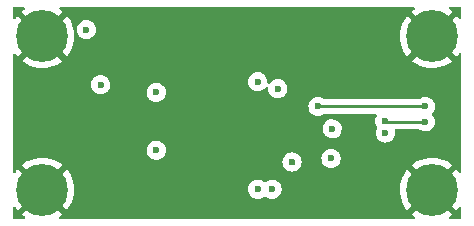
<source format=gbr>
%TF.GenerationSoftware,KiCad,Pcbnew,(6.0.4-0)*%
%TF.CreationDate,2022-08-01T10:55:25-06:00*%
%TF.ProjectId,lm334-source,6c6d3333-342d-4736-9f75-7263652e6b69,rev?*%
%TF.SameCoordinates,Original*%
%TF.FileFunction,Copper,L4,Bot*%
%TF.FilePolarity,Positive*%
%FSLAX46Y46*%
G04 Gerber Fmt 4.6, Leading zero omitted, Abs format (unit mm)*
G04 Created by KiCad (PCBNEW (6.0.4-0)) date 2022-08-01 10:55:25*
%MOMM*%
%LPD*%
G01*
G04 APERTURE LIST*
%TA.AperFunction,ComponentPad*%
%ADD10C,0.700000*%
%TD*%
%TA.AperFunction,ComponentPad*%
%ADD11C,4.400000*%
%TD*%
%TA.AperFunction,ViaPad*%
%ADD12C,0.600000*%
%TD*%
%TA.AperFunction,Conductor*%
%ADD13C,0.250000*%
%TD*%
G04 APERTURE END LIST*
D10*
%TO.P,MH1,1,Pin_1*%
%TO.N,GNDPWR*%
X101350000Y-84000000D03*
X103000000Y-82350000D03*
X104166726Y-85166726D03*
X104166726Y-82833274D03*
D11*
X103000000Y-84000000D03*
D10*
X104650000Y-84000000D03*
X101833274Y-82833274D03*
X101833274Y-85166726D03*
X103000000Y-85650000D03*
%TD*%
D11*
%TO.P,MH2,1,Pin_1*%
%TO.N,GNDPWR*%
X136000000Y-84000000D03*
D10*
X137166726Y-82833274D03*
X134350000Y-84000000D03*
X137650000Y-84000000D03*
X137166726Y-85166726D03*
X136000000Y-82350000D03*
X136000000Y-85650000D03*
X134833274Y-85166726D03*
X134833274Y-82833274D03*
%TD*%
%TO.P,MH3,1,Pin_1*%
%TO.N,GNDPWR*%
X101833274Y-98166726D03*
D11*
X103000000Y-97000000D03*
D10*
X104166726Y-98166726D03*
X101833274Y-95833274D03*
X104166726Y-95833274D03*
X103000000Y-95350000D03*
X104650000Y-97000000D03*
X101350000Y-97000000D03*
X103000000Y-98650000D03*
%TD*%
D11*
%TO.P,MH4,1,Pin_1*%
%TO.N,GNDPWR*%
X136000000Y-97000000D03*
D10*
X134833274Y-95833274D03*
X134350000Y-97000000D03*
X137650000Y-97000000D03*
X136000000Y-95350000D03*
X137166726Y-98166726D03*
X137166726Y-95833274D03*
X134833274Y-98166726D03*
X136000000Y-98650000D03*
%TD*%
D12*
%TO.N,GND*%
X127550000Y-91850000D03*
X127450000Y-94350000D03*
%TO.N,/Channel1/I+*%
X107950000Y-88100000D03*
X106750000Y-83450000D03*
%TO.N,GND*%
X112650000Y-88750000D03*
%TO.N,VD*%
X122950000Y-88450000D03*
X122465000Y-96965000D03*
%TO.N,+3V3*%
X121250000Y-96950000D03*
X121250000Y-87850000D03*
%TO.N,/sda-tx*%
X126350000Y-89950000D03*
X135450000Y-89950000D03*
%TO.N,GND*%
X132050000Y-92200000D03*
X124150000Y-94650000D03*
X112650000Y-93650000D03*
%TO.N,VD*%
X132000000Y-91200000D03*
X135450000Y-91250000D03*
%TD*%
D13*
%TO.N,/sda-tx*%
X135450000Y-89950000D02*
X126350000Y-89950000D01*
%TO.N,VD*%
X132050000Y-91250000D02*
X132000000Y-91200000D01*
X135450000Y-91250000D02*
X132050000Y-91250000D01*
%TD*%
%TA.AperFunction,Conductor*%
%TO.N,GNDPWR*%
G36*
X101501296Y-81528502D02*
G01*
X101547789Y-81582158D01*
X101557893Y-81652432D01*
X101528399Y-81717012D01*
X101497597Y-81742786D01*
X101478350Y-81754237D01*
X101472091Y-81758490D01*
X101286385Y-81901762D01*
X101277917Y-81913423D01*
X101284520Y-81925309D01*
X102987190Y-83627980D01*
X103001131Y-83635592D01*
X103002966Y-83635461D01*
X103009580Y-83631210D01*
X104714559Y-81926230D01*
X104721571Y-81913389D01*
X104713777Y-81902701D01*
X104551298Y-81774613D01*
X104545075Y-81770288D01*
X104498813Y-81742105D01*
X104451044Y-81689582D01*
X104439254Y-81619571D01*
X104467186Y-81554300D01*
X104525972Y-81514492D01*
X104564366Y-81508500D01*
X134433175Y-81508500D01*
X134501296Y-81528502D01*
X134547789Y-81582158D01*
X134557893Y-81652432D01*
X134528399Y-81717012D01*
X134497597Y-81742786D01*
X134478350Y-81754237D01*
X134472091Y-81758490D01*
X134286385Y-81901762D01*
X134277917Y-81913423D01*
X134284520Y-81925309D01*
X135987190Y-83627980D01*
X136001131Y-83635592D01*
X136002966Y-83635461D01*
X136009580Y-83631210D01*
X137714559Y-81926230D01*
X137721571Y-81913389D01*
X137713777Y-81902701D01*
X137551298Y-81774613D01*
X137545075Y-81770288D01*
X137498813Y-81742105D01*
X137451044Y-81689582D01*
X137439254Y-81619571D01*
X137467186Y-81554300D01*
X137525972Y-81514492D01*
X137564366Y-81508500D01*
X138365500Y-81508500D01*
X138433621Y-81528502D01*
X138480114Y-81582158D01*
X138491500Y-81634500D01*
X138491500Y-82434491D01*
X138471498Y-82502612D01*
X138417842Y-82549105D01*
X138347568Y-82559209D01*
X138282988Y-82529715D01*
X138257553Y-82499480D01*
X138237763Y-82466609D01*
X138233481Y-82460377D01*
X138097991Y-82286647D01*
X138086199Y-82278178D01*
X138074486Y-82284725D01*
X136372020Y-83987190D01*
X136364408Y-84001131D01*
X136364539Y-84002966D01*
X136368790Y-84009580D01*
X138073285Y-85714074D01*
X138086408Y-85721240D01*
X138096709Y-85713851D01*
X138200751Y-85586055D01*
X138205159Y-85579921D01*
X138258938Y-85494686D01*
X138312205Y-85447748D01*
X138382392Y-85437059D01*
X138447217Y-85466014D01*
X138486096Y-85525418D01*
X138491500Y-85561922D01*
X138491500Y-95434491D01*
X138471498Y-95502612D01*
X138417842Y-95549105D01*
X138347568Y-95559209D01*
X138282988Y-95529715D01*
X138257553Y-95499480D01*
X138237763Y-95466609D01*
X138233481Y-95460377D01*
X138097991Y-95286647D01*
X138086199Y-95278178D01*
X138074486Y-95284725D01*
X136372020Y-96987190D01*
X136364408Y-97001131D01*
X136364539Y-97002966D01*
X136368790Y-97009580D01*
X138073285Y-98714074D01*
X138086408Y-98721240D01*
X138096709Y-98713851D01*
X138200751Y-98586055D01*
X138205159Y-98579921D01*
X138258938Y-98494686D01*
X138312205Y-98447748D01*
X138382392Y-98437059D01*
X138447217Y-98466014D01*
X138486096Y-98525418D01*
X138491500Y-98561922D01*
X138491500Y-99365500D01*
X138471498Y-99433621D01*
X138417842Y-99480114D01*
X138365500Y-99491500D01*
X137569317Y-99491500D01*
X137501196Y-99471498D01*
X137454703Y-99417842D01*
X137444599Y-99347568D01*
X137474093Y-99282988D01*
X137499596Y-99260548D01*
X137504347Y-99257392D01*
X137714305Y-99098889D01*
X137722761Y-99087496D01*
X137716045Y-99075256D01*
X136012810Y-97372020D01*
X135998869Y-97364408D01*
X135997034Y-97364539D01*
X135990420Y-97368790D01*
X134285818Y-99073393D01*
X134278703Y-99086423D01*
X134286227Y-99096854D01*
X134425483Y-99209020D01*
X134431664Y-99213413D01*
X134504100Y-99258588D01*
X134551317Y-99311608D01*
X134562373Y-99381738D01*
X134533759Y-99446713D01*
X134474559Y-99485903D01*
X134437424Y-99491500D01*
X104569317Y-99491500D01*
X104501196Y-99471498D01*
X104454703Y-99417842D01*
X104444599Y-99347568D01*
X104474093Y-99282988D01*
X104499596Y-99260548D01*
X104504347Y-99257392D01*
X104714305Y-99098889D01*
X104722761Y-99087496D01*
X104716045Y-99075256D01*
X103012810Y-97372020D01*
X102998869Y-97364408D01*
X102997034Y-97364539D01*
X102990420Y-97368790D01*
X101285818Y-99073393D01*
X101278703Y-99086423D01*
X101286227Y-99096854D01*
X101425483Y-99209020D01*
X101431664Y-99213413D01*
X101504100Y-99258588D01*
X101551317Y-99311608D01*
X101562373Y-99381738D01*
X101533759Y-99446713D01*
X101474559Y-99485903D01*
X101437424Y-99491500D01*
X100634500Y-99491500D01*
X100566379Y-99471498D01*
X100519886Y-99417842D01*
X100508500Y-99365500D01*
X100508500Y-98568320D01*
X100528502Y-98500199D01*
X100582158Y-98453706D01*
X100652432Y-98443602D01*
X100717012Y-98473096D01*
X100743120Y-98504463D01*
X100746296Y-98509866D01*
X100750519Y-98516150D01*
X100901463Y-98713934D01*
X100912989Y-98722396D01*
X100925054Y-98715735D01*
X102627980Y-97012810D01*
X102634357Y-97001131D01*
X103364408Y-97001131D01*
X103364539Y-97002966D01*
X103368790Y-97009580D01*
X105073285Y-98714074D01*
X105086408Y-98721240D01*
X105096709Y-98713851D01*
X105200751Y-98586055D01*
X105205164Y-98579914D01*
X105375349Y-98310187D01*
X105379005Y-98303536D01*
X105515544Y-98015335D01*
X105518375Y-98008295D01*
X105619306Y-97705767D01*
X105621270Y-97698433D01*
X105685122Y-97385989D01*
X105686194Y-97378465D01*
X105712173Y-97059051D01*
X105712378Y-97054576D01*
X105712927Y-97002221D01*
X105712817Y-96997789D01*
X105709251Y-96938640D01*
X120436463Y-96938640D01*
X120454163Y-97119160D01*
X120511418Y-97291273D01*
X120515065Y-97297295D01*
X120515066Y-97297297D01*
X120568780Y-97385989D01*
X120605380Y-97446424D01*
X120731382Y-97576902D01*
X120883159Y-97676222D01*
X120889763Y-97678678D01*
X120889765Y-97678679D01*
X121046558Y-97736990D01*
X121046560Y-97736990D01*
X121053168Y-97739448D01*
X121136995Y-97750633D01*
X121225980Y-97762507D01*
X121225984Y-97762507D01*
X121232961Y-97763438D01*
X121239972Y-97762800D01*
X121239976Y-97762800D01*
X121382459Y-97749832D01*
X121413600Y-97746998D01*
X121420302Y-97744820D01*
X121420304Y-97744820D01*
X121579409Y-97693124D01*
X121579412Y-97693123D01*
X121586108Y-97690947D01*
X121712237Y-97615759D01*
X121735860Y-97601677D01*
X121735862Y-97601676D01*
X121741912Y-97598069D01*
X121760920Y-97579968D01*
X121824045Y-97547476D01*
X121894716Y-97554269D01*
X121938444Y-97583682D01*
X121946382Y-97591902D01*
X121984242Y-97616677D01*
X122092227Y-97687340D01*
X122098159Y-97691222D01*
X122104763Y-97693678D01*
X122104765Y-97693679D01*
X122261558Y-97751990D01*
X122261560Y-97751990D01*
X122268168Y-97754448D01*
X122335544Y-97763438D01*
X122440980Y-97777507D01*
X122440984Y-97777507D01*
X122447961Y-97778438D01*
X122454972Y-97777800D01*
X122454976Y-97777800D01*
X122597459Y-97764832D01*
X122628600Y-97761998D01*
X122635302Y-97759820D01*
X122635304Y-97759820D01*
X122794409Y-97708124D01*
X122794412Y-97708123D01*
X122801108Y-97705947D01*
X122956912Y-97613069D01*
X123088266Y-97487982D01*
X123188643Y-97336902D01*
X123253055Y-97167338D01*
X123268903Y-97054576D01*
X123277748Y-96991639D01*
X123277748Y-96991636D01*
X123278299Y-96987717D01*
X123278471Y-96975383D01*
X133287388Y-96975383D01*
X133303245Y-97293914D01*
X133304076Y-97301443D01*
X133358085Y-97615759D01*
X133359818Y-97623146D01*
X133451196Y-97928695D01*
X133453799Y-97935808D01*
X133581227Y-98228173D01*
X133584669Y-98234929D01*
X133746296Y-98509865D01*
X133750519Y-98516150D01*
X133901463Y-98713934D01*
X133912989Y-98722396D01*
X133925054Y-98715735D01*
X135627980Y-97012810D01*
X135635592Y-96998869D01*
X135635461Y-96997034D01*
X135631210Y-96990420D01*
X133926445Y-95285656D01*
X133913510Y-95278592D01*
X133902949Y-95286252D01*
X133782766Y-95437072D01*
X133778410Y-95443270D01*
X133611059Y-95714764D01*
X133607479Y-95721440D01*
X133473956Y-96011074D01*
X133471206Y-96018125D01*
X133373444Y-96321708D01*
X133371561Y-96329041D01*
X133310979Y-96642170D01*
X133309992Y-96649670D01*
X133287467Y-96967802D01*
X133287388Y-96975383D01*
X123278471Y-96975383D01*
X123278616Y-96965000D01*
X123258397Y-96784745D01*
X123247017Y-96752066D01*
X123201064Y-96620106D01*
X123201062Y-96620103D01*
X123198745Y-96613448D01*
X123102626Y-96459624D01*
X123010832Y-96367187D01*
X122979778Y-96335915D01*
X122979774Y-96335912D01*
X122974815Y-96330918D01*
X122963697Y-96323862D01*
X122915538Y-96293300D01*
X122821666Y-96233727D01*
X122765755Y-96213818D01*
X122657425Y-96175243D01*
X122657420Y-96175242D01*
X122650790Y-96172881D01*
X122643802Y-96172048D01*
X122643799Y-96172047D01*
X122503889Y-96155364D01*
X122470680Y-96151404D01*
X122463677Y-96152140D01*
X122463676Y-96152140D01*
X122297288Y-96169628D01*
X122297286Y-96169629D01*
X122290288Y-96170364D01*
X122118579Y-96228818D01*
X122112575Y-96232512D01*
X121970090Y-96320169D01*
X121970087Y-96320171D01*
X121964088Y-96323862D01*
X121953925Y-96333815D01*
X121891262Y-96367187D01*
X121820503Y-96361384D01*
X121776359Y-96332578D01*
X121772847Y-96329041D01*
X121759815Y-96315918D01*
X121748697Y-96308862D01*
X121630302Y-96233727D01*
X121606666Y-96218727D01*
X121577463Y-96208328D01*
X121442425Y-96160243D01*
X121442420Y-96160242D01*
X121435790Y-96157881D01*
X121428802Y-96157048D01*
X121428799Y-96157047D01*
X121305698Y-96142368D01*
X121255680Y-96136404D01*
X121248677Y-96137140D01*
X121248676Y-96137140D01*
X121082288Y-96154628D01*
X121082286Y-96154629D01*
X121075288Y-96155364D01*
X120903579Y-96213818D01*
X120871218Y-96233727D01*
X120755095Y-96305166D01*
X120755092Y-96305168D01*
X120749088Y-96308862D01*
X120744053Y-96313793D01*
X120744050Y-96313795D01*
X120634208Y-96421361D01*
X120619493Y-96435771D01*
X120521235Y-96588238D01*
X120518826Y-96594858D01*
X120518824Y-96594861D01*
X120461606Y-96752066D01*
X120459197Y-96758685D01*
X120436463Y-96938640D01*
X105709251Y-96938640D01*
X105693529Y-96677853D01*
X105692621Y-96670351D01*
X105635319Y-96356593D01*
X105633518Y-96349260D01*
X105538935Y-96044655D01*
X105536263Y-96037583D01*
X105405781Y-95746570D01*
X105402264Y-95739843D01*
X105237771Y-95466621D01*
X105233481Y-95460377D01*
X105097991Y-95286647D01*
X105086199Y-95278178D01*
X105074486Y-95284725D01*
X103372020Y-96987190D01*
X103364408Y-97001131D01*
X102634357Y-97001131D01*
X102635592Y-96998869D01*
X102635461Y-96997034D01*
X102631210Y-96990420D01*
X100926445Y-95285656D01*
X100913510Y-95278592D01*
X100902949Y-95286252D01*
X100782766Y-95437072D01*
X100778410Y-95443270D01*
X100741760Y-95502727D01*
X100688988Y-95550220D01*
X100618916Y-95561644D01*
X100553792Y-95533370D01*
X100514293Y-95474376D01*
X100508500Y-95436611D01*
X100508500Y-94913423D01*
X101277917Y-94913423D01*
X101284520Y-94925309D01*
X102987190Y-96627980D01*
X103001131Y-96635592D01*
X103002966Y-96635461D01*
X103009580Y-96631210D01*
X104714559Y-94926230D01*
X104721571Y-94913389D01*
X104713777Y-94902701D01*
X104551298Y-94774613D01*
X104545075Y-94770288D01*
X104328977Y-94638640D01*
X123336463Y-94638640D01*
X123354163Y-94819160D01*
X123411418Y-94991273D01*
X123415065Y-94997295D01*
X123415066Y-94997297D01*
X123501720Y-95140380D01*
X123505380Y-95146424D01*
X123631382Y-95276902D01*
X123783159Y-95376222D01*
X123789763Y-95378678D01*
X123789765Y-95378679D01*
X123946558Y-95436990D01*
X123946560Y-95436990D01*
X123953168Y-95439448D01*
X124036995Y-95450633D01*
X124125980Y-95462507D01*
X124125984Y-95462507D01*
X124132961Y-95463438D01*
X124139972Y-95462800D01*
X124139976Y-95462800D01*
X124282459Y-95449832D01*
X124313600Y-95446998D01*
X124320302Y-95444820D01*
X124320304Y-95444820D01*
X124479409Y-95393124D01*
X124479412Y-95393123D01*
X124486108Y-95390947D01*
X124641912Y-95298069D01*
X124773266Y-95172982D01*
X124873643Y-95021902D01*
X124938055Y-94852338D01*
X124939733Y-94840401D01*
X124962748Y-94676639D01*
X124962748Y-94676636D01*
X124963299Y-94672717D01*
X124963616Y-94650000D01*
X124943397Y-94469745D01*
X124941080Y-94463091D01*
X124897742Y-94338640D01*
X126636463Y-94338640D01*
X126654163Y-94519160D01*
X126711418Y-94691273D01*
X126715065Y-94697295D01*
X126715066Y-94697297D01*
X126784624Y-94812151D01*
X126805380Y-94846424D01*
X126931382Y-94976902D01*
X127083159Y-95076222D01*
X127089763Y-95078678D01*
X127089765Y-95078679D01*
X127246558Y-95136990D01*
X127246560Y-95136990D01*
X127253168Y-95139448D01*
X127336995Y-95150633D01*
X127425980Y-95162507D01*
X127425984Y-95162507D01*
X127432961Y-95163438D01*
X127439972Y-95162800D01*
X127439976Y-95162800D01*
X127582459Y-95149832D01*
X127613600Y-95146998D01*
X127620302Y-95144820D01*
X127620304Y-95144820D01*
X127779409Y-95093124D01*
X127779412Y-95093123D01*
X127786108Y-95090947D01*
X127901932Y-95021902D01*
X127935860Y-95001677D01*
X127935862Y-95001676D01*
X127941912Y-94998069D01*
X128030799Y-94913423D01*
X134277917Y-94913423D01*
X134284520Y-94925309D01*
X135987190Y-96627980D01*
X136001131Y-96635592D01*
X136002966Y-96635461D01*
X136009580Y-96631210D01*
X137714559Y-94926230D01*
X137721571Y-94913389D01*
X137713777Y-94902701D01*
X137551298Y-94774613D01*
X137545075Y-94770288D01*
X137272702Y-94604357D01*
X137266025Y-94600822D01*
X136975686Y-94468813D01*
X136968616Y-94466099D01*
X136664537Y-94369932D01*
X136657186Y-94368085D01*
X136343746Y-94309142D01*
X136336237Y-94308194D01*
X136017989Y-94287335D01*
X136010424Y-94287295D01*
X135691964Y-94304821D01*
X135684450Y-94305690D01*
X135370405Y-94361348D01*
X135363044Y-94363115D01*
X135057980Y-94456092D01*
X135050860Y-94458740D01*
X134759182Y-94587690D01*
X134752445Y-94591167D01*
X134478355Y-94754233D01*
X134472091Y-94758490D01*
X134286385Y-94901762D01*
X134277917Y-94913423D01*
X128030799Y-94913423D01*
X128073266Y-94872982D01*
X128173643Y-94721902D01*
X128218295Y-94604357D01*
X128235555Y-94558920D01*
X128235556Y-94558918D01*
X128238055Y-94552338D01*
X128239035Y-94545366D01*
X128262748Y-94376639D01*
X128262748Y-94376636D01*
X128263299Y-94372717D01*
X128263616Y-94350000D01*
X128243397Y-94169745D01*
X128241080Y-94163091D01*
X128186064Y-94005106D01*
X128186062Y-94005103D01*
X128183745Y-93998448D01*
X128133171Y-93917512D01*
X128091359Y-93850598D01*
X128087626Y-93844624D01*
X128082664Y-93839627D01*
X127964778Y-93720915D01*
X127964774Y-93720912D01*
X127959815Y-93715918D01*
X127948697Y-93708862D01*
X127885501Y-93668757D01*
X127806666Y-93618727D01*
X127777463Y-93608328D01*
X127642425Y-93560243D01*
X127642420Y-93560242D01*
X127635790Y-93557881D01*
X127628802Y-93557048D01*
X127628799Y-93557047D01*
X127505698Y-93542368D01*
X127455680Y-93536404D01*
X127448677Y-93537140D01*
X127448676Y-93537140D01*
X127282288Y-93554628D01*
X127282286Y-93554629D01*
X127275288Y-93555364D01*
X127103579Y-93613818D01*
X127097575Y-93617512D01*
X126955095Y-93705166D01*
X126955092Y-93705168D01*
X126949088Y-93708862D01*
X126944053Y-93713793D01*
X126944050Y-93713795D01*
X126829630Y-93825844D01*
X126819493Y-93835771D01*
X126721235Y-93988238D01*
X126718826Y-93994858D01*
X126718824Y-93994861D01*
X126661606Y-94152066D01*
X126659197Y-94158685D01*
X126636463Y-94338640D01*
X124897742Y-94338640D01*
X124886064Y-94305106D01*
X124886062Y-94305103D01*
X124883745Y-94298448D01*
X124787626Y-94144624D01*
X124671588Y-94027773D01*
X124664778Y-94020915D01*
X124664774Y-94020912D01*
X124659815Y-94015918D01*
X124648697Y-94008862D01*
X124600538Y-93978300D01*
X124506666Y-93918727D01*
X124477463Y-93908328D01*
X124342425Y-93860243D01*
X124342420Y-93860242D01*
X124335790Y-93857881D01*
X124328802Y-93857048D01*
X124328799Y-93857047D01*
X124205698Y-93842368D01*
X124155680Y-93836404D01*
X124148677Y-93837140D01*
X124148676Y-93837140D01*
X123982288Y-93854628D01*
X123982286Y-93854629D01*
X123975288Y-93855364D01*
X123803579Y-93913818D01*
X123797575Y-93917512D01*
X123655095Y-94005166D01*
X123655092Y-94005168D01*
X123649088Y-94008862D01*
X123644053Y-94013793D01*
X123644050Y-94013795D01*
X123524525Y-94130843D01*
X123519493Y-94135771D01*
X123421235Y-94288238D01*
X123418826Y-94294858D01*
X123418824Y-94294861D01*
X123364243Y-94444820D01*
X123359197Y-94458685D01*
X123336463Y-94638640D01*
X104328977Y-94638640D01*
X104272702Y-94604357D01*
X104266025Y-94600822D01*
X103975686Y-94468813D01*
X103968616Y-94466099D01*
X103664537Y-94369932D01*
X103657186Y-94368085D01*
X103343746Y-94309142D01*
X103336237Y-94308194D01*
X103017989Y-94287335D01*
X103010424Y-94287295D01*
X102691964Y-94304821D01*
X102684450Y-94305690D01*
X102370405Y-94361348D01*
X102363044Y-94363115D01*
X102057980Y-94456092D01*
X102050860Y-94458740D01*
X101759182Y-94587690D01*
X101752445Y-94591167D01*
X101478355Y-94754233D01*
X101472091Y-94758490D01*
X101286385Y-94901762D01*
X101277917Y-94913423D01*
X100508500Y-94913423D01*
X100508500Y-93638640D01*
X111836463Y-93638640D01*
X111854163Y-93819160D01*
X111911418Y-93991273D01*
X111915065Y-93997295D01*
X111915066Y-93997297D01*
X112001264Y-94139627D01*
X112005380Y-94146424D01*
X112010269Y-94151487D01*
X112010270Y-94151488D01*
X112025357Y-94167111D01*
X112131382Y-94276902D01*
X112155171Y-94292469D01*
X112243088Y-94350000D01*
X112283159Y-94376222D01*
X112289763Y-94378678D01*
X112289765Y-94378679D01*
X112446558Y-94436990D01*
X112446560Y-94436990D01*
X112453168Y-94439448D01*
X112536995Y-94450633D01*
X112625980Y-94462507D01*
X112625984Y-94462507D01*
X112632961Y-94463438D01*
X112639972Y-94462800D01*
X112639976Y-94462800D01*
X112782459Y-94449832D01*
X112813600Y-94446998D01*
X112820302Y-94444820D01*
X112820304Y-94444820D01*
X112979409Y-94393124D01*
X112979412Y-94393123D01*
X112986108Y-94390947D01*
X113123337Y-94309142D01*
X113135860Y-94301677D01*
X113135862Y-94301676D01*
X113141912Y-94298069D01*
X113273266Y-94172982D01*
X113373643Y-94021902D01*
X113438055Y-93852338D01*
X113439551Y-93841693D01*
X113462748Y-93676639D01*
X113462748Y-93676636D01*
X113463299Y-93672717D01*
X113463616Y-93650000D01*
X113443397Y-93469745D01*
X113441080Y-93463091D01*
X113386064Y-93305106D01*
X113386062Y-93305103D01*
X113383745Y-93298448D01*
X113287626Y-93144624D01*
X113273941Y-93130843D01*
X113164778Y-93020915D01*
X113164774Y-93020912D01*
X113159815Y-93015918D01*
X113148697Y-93008862D01*
X113100538Y-92978300D01*
X113006666Y-92918727D01*
X112977463Y-92908328D01*
X112842425Y-92860243D01*
X112842420Y-92860242D01*
X112835790Y-92857881D01*
X112828802Y-92857048D01*
X112828799Y-92857047D01*
X112705698Y-92842368D01*
X112655680Y-92836404D01*
X112648677Y-92837140D01*
X112648676Y-92837140D01*
X112482288Y-92854628D01*
X112482286Y-92854629D01*
X112475288Y-92855364D01*
X112303579Y-92913818D01*
X112297575Y-92917512D01*
X112155095Y-93005166D01*
X112155092Y-93005168D01*
X112149088Y-93008862D01*
X112144053Y-93013793D01*
X112144050Y-93013795D01*
X112024525Y-93130843D01*
X112019493Y-93135771D01*
X111921235Y-93288238D01*
X111918826Y-93294858D01*
X111918824Y-93294861D01*
X111861606Y-93452066D01*
X111859197Y-93458685D01*
X111836463Y-93638640D01*
X100508500Y-93638640D01*
X100508500Y-91838640D01*
X126736463Y-91838640D01*
X126754163Y-92019160D01*
X126811418Y-92191273D01*
X126815065Y-92197295D01*
X126815066Y-92197297D01*
X126825978Y-92215314D01*
X126905380Y-92346424D01*
X127031382Y-92476902D01*
X127183159Y-92576222D01*
X127189763Y-92578678D01*
X127189765Y-92578679D01*
X127346558Y-92636990D01*
X127346560Y-92636990D01*
X127353168Y-92639448D01*
X127436995Y-92650633D01*
X127525980Y-92662507D01*
X127525984Y-92662507D01*
X127532961Y-92663438D01*
X127539972Y-92662800D01*
X127539976Y-92662800D01*
X127682459Y-92649832D01*
X127713600Y-92646998D01*
X127720302Y-92644820D01*
X127720304Y-92644820D01*
X127879409Y-92593124D01*
X127879412Y-92593123D01*
X127886108Y-92590947D01*
X128041912Y-92498069D01*
X128173266Y-92372982D01*
X128273643Y-92221902D01*
X128315423Y-92111917D01*
X128335555Y-92058920D01*
X128335556Y-92058918D01*
X128338055Y-92052338D01*
X128340212Y-92036990D01*
X128362748Y-91876639D01*
X128362748Y-91876636D01*
X128363299Y-91872717D01*
X128363616Y-91850000D01*
X128343397Y-91669745D01*
X128341080Y-91663091D01*
X128286064Y-91505106D01*
X128286062Y-91505103D01*
X128283745Y-91498448D01*
X128187626Y-91344624D01*
X128120114Y-91276639D01*
X128064778Y-91220915D01*
X128064774Y-91220912D01*
X128059815Y-91215918D01*
X128048697Y-91208862D01*
X128000538Y-91178300D01*
X127906666Y-91118727D01*
X127877463Y-91108328D01*
X127742425Y-91060243D01*
X127742420Y-91060242D01*
X127735790Y-91057881D01*
X127728802Y-91057048D01*
X127728799Y-91057047D01*
X127605698Y-91042368D01*
X127555680Y-91036404D01*
X127548677Y-91037140D01*
X127548676Y-91037140D01*
X127382288Y-91054628D01*
X127382286Y-91054629D01*
X127375288Y-91055364D01*
X127203579Y-91113818D01*
X127197575Y-91117512D01*
X127055095Y-91205166D01*
X127055092Y-91205168D01*
X127049088Y-91208862D01*
X127044053Y-91213793D01*
X127044050Y-91213795D01*
X126924525Y-91330843D01*
X126919493Y-91335771D01*
X126821235Y-91488238D01*
X126818826Y-91494858D01*
X126818824Y-91494861D01*
X126799739Y-91547297D01*
X126759197Y-91658685D01*
X126736463Y-91838640D01*
X100508500Y-91838640D01*
X100508500Y-89938640D01*
X125536463Y-89938640D01*
X125554163Y-90119160D01*
X125611418Y-90291273D01*
X125615065Y-90297295D01*
X125615066Y-90297297D01*
X125625978Y-90315314D01*
X125705380Y-90446424D01*
X125831382Y-90576902D01*
X125983159Y-90676222D01*
X125989763Y-90678678D01*
X125989765Y-90678679D01*
X126146558Y-90736990D01*
X126146560Y-90736990D01*
X126153168Y-90739448D01*
X126236732Y-90750598D01*
X126325980Y-90762507D01*
X126325984Y-90762507D01*
X126332961Y-90763438D01*
X126339972Y-90762800D01*
X126339976Y-90762800D01*
X126482459Y-90749832D01*
X126513600Y-90746998D01*
X126520302Y-90744820D01*
X126520304Y-90744820D01*
X126679409Y-90693124D01*
X126679412Y-90693123D01*
X126686108Y-90690947D01*
X126836540Y-90601271D01*
X126901058Y-90583500D01*
X131204303Y-90583500D01*
X131272424Y-90603502D01*
X131318917Y-90657158D01*
X131329021Y-90727432D01*
X131310216Y-90777752D01*
X131271235Y-90838238D01*
X131209197Y-91008685D01*
X131186463Y-91188640D01*
X131204163Y-91369160D01*
X131261418Y-91541273D01*
X131265065Y-91547295D01*
X131265066Y-91547297D01*
X131342329Y-91674874D01*
X131360508Y-91743504D01*
X131340466Y-91808398D01*
X131321235Y-91838238D01*
X131318826Y-91844858D01*
X131318824Y-91844861D01*
X131270118Y-91978679D01*
X131259197Y-92008685D01*
X131236463Y-92188640D01*
X131254163Y-92369160D01*
X131311418Y-92541273D01*
X131315065Y-92547295D01*
X131315066Y-92547297D01*
X131385017Y-92662800D01*
X131405380Y-92696424D01*
X131531382Y-92826902D01*
X131607271Y-92876562D01*
X131669849Y-92917512D01*
X131683159Y-92926222D01*
X131689763Y-92928678D01*
X131689765Y-92928679D01*
X131846558Y-92986990D01*
X131846560Y-92986990D01*
X131853168Y-92989448D01*
X131936995Y-93000633D01*
X132025980Y-93012507D01*
X132025984Y-93012507D01*
X132032961Y-93013438D01*
X132039972Y-93012800D01*
X132039976Y-93012800D01*
X132182459Y-92999832D01*
X132213600Y-92996998D01*
X132220302Y-92994820D01*
X132220304Y-92994820D01*
X132379409Y-92943124D01*
X132379412Y-92943123D01*
X132386108Y-92940947D01*
X132521490Y-92860243D01*
X132535860Y-92851677D01*
X132535862Y-92851676D01*
X132541912Y-92848069D01*
X132673266Y-92722982D01*
X132773643Y-92571902D01*
X132838055Y-92402338D01*
X132841498Y-92377841D01*
X132862748Y-92226639D01*
X132862748Y-92226636D01*
X132863299Y-92222717D01*
X132863616Y-92200000D01*
X132843823Y-92023544D01*
X132856107Y-91953620D01*
X132904246Y-91901435D01*
X132969038Y-91883500D01*
X134903903Y-91883500D01*
X134972896Y-91904068D01*
X135048620Y-91953620D01*
X135083159Y-91976222D01*
X135089763Y-91978678D01*
X135089765Y-91978679D01*
X135246558Y-92036990D01*
X135246560Y-92036990D01*
X135253168Y-92039448D01*
X135336995Y-92050633D01*
X135425980Y-92062507D01*
X135425984Y-92062507D01*
X135432961Y-92063438D01*
X135439972Y-92062800D01*
X135439976Y-92062800D01*
X135582459Y-92049832D01*
X135613600Y-92046998D01*
X135620302Y-92044820D01*
X135620304Y-92044820D01*
X135779409Y-91993124D01*
X135779412Y-91993123D01*
X135786108Y-91990947D01*
X135941912Y-91898069D01*
X136073266Y-91772982D01*
X136173643Y-91621902D01*
X136238055Y-91452338D01*
X136239035Y-91445366D01*
X136262748Y-91276639D01*
X136262748Y-91276636D01*
X136263299Y-91272717D01*
X136263616Y-91250000D01*
X136243397Y-91069745D01*
X136232043Y-91037140D01*
X136186064Y-90905106D01*
X136186062Y-90905103D01*
X136183745Y-90898448D01*
X136180009Y-90892469D01*
X136091359Y-90750598D01*
X136087626Y-90744624D01*
X136032667Y-90689280D01*
X135998860Y-90626849D01*
X136004172Y-90556052D01*
X136035181Y-90509251D01*
X136068159Y-90477846D01*
X136068162Y-90477843D01*
X136073266Y-90472982D01*
X136173643Y-90321902D01*
X136238055Y-90152338D01*
X136239035Y-90145366D01*
X136262748Y-89976639D01*
X136262748Y-89976636D01*
X136263299Y-89972717D01*
X136263616Y-89950000D01*
X136243397Y-89769745D01*
X136241080Y-89763091D01*
X136186064Y-89605106D01*
X136186062Y-89605103D01*
X136183745Y-89598448D01*
X136108906Y-89478679D01*
X136091359Y-89450598D01*
X136087626Y-89444624D01*
X136036571Y-89393211D01*
X135964778Y-89320915D01*
X135964774Y-89320912D01*
X135959815Y-89315918D01*
X135948697Y-89308862D01*
X135851214Y-89246998D01*
X135806666Y-89218727D01*
X135777463Y-89208328D01*
X135642425Y-89160243D01*
X135642420Y-89160242D01*
X135635790Y-89157881D01*
X135628802Y-89157048D01*
X135628799Y-89157047D01*
X135505698Y-89142368D01*
X135455680Y-89136404D01*
X135448677Y-89137140D01*
X135448676Y-89137140D01*
X135282288Y-89154628D01*
X135282286Y-89154629D01*
X135275288Y-89155364D01*
X135103579Y-89213818D01*
X134967039Y-89297819D01*
X134901019Y-89316500D01*
X126897338Y-89316500D01*
X126829824Y-89296885D01*
X126751214Y-89246998D01*
X126706666Y-89218727D01*
X126677463Y-89208328D01*
X126542425Y-89160243D01*
X126542420Y-89160242D01*
X126535790Y-89157881D01*
X126528802Y-89157048D01*
X126528799Y-89157047D01*
X126405698Y-89142368D01*
X126355680Y-89136404D01*
X126348677Y-89137140D01*
X126348676Y-89137140D01*
X126182288Y-89154628D01*
X126182286Y-89154629D01*
X126175288Y-89155364D01*
X126003579Y-89213818D01*
X125997575Y-89217512D01*
X125855095Y-89305166D01*
X125855092Y-89305168D01*
X125849088Y-89308862D01*
X125844053Y-89313793D01*
X125844050Y-89313795D01*
X125724525Y-89430843D01*
X125719493Y-89435771D01*
X125621235Y-89588238D01*
X125618826Y-89594858D01*
X125618824Y-89594861D01*
X125561606Y-89752066D01*
X125559197Y-89758685D01*
X125536463Y-89938640D01*
X100508500Y-89938640D01*
X100508500Y-88088640D01*
X107136463Y-88088640D01*
X107154163Y-88269160D01*
X107211418Y-88441273D01*
X107215065Y-88447295D01*
X107215066Y-88447297D01*
X107299879Y-88587340D01*
X107305380Y-88596424D01*
X107431382Y-88726902D01*
X107583159Y-88826222D01*
X107589763Y-88828678D01*
X107589765Y-88828679D01*
X107746558Y-88886990D01*
X107746560Y-88886990D01*
X107753168Y-88889448D01*
X107836995Y-88900633D01*
X107925980Y-88912507D01*
X107925984Y-88912507D01*
X107932961Y-88913438D01*
X107939972Y-88912800D01*
X107939976Y-88912800D01*
X108082459Y-88899832D01*
X108113600Y-88896998D01*
X108120302Y-88894820D01*
X108120304Y-88894820D01*
X108279409Y-88843124D01*
X108279412Y-88843123D01*
X108286108Y-88840947D01*
X108382513Y-88783478D01*
X108435860Y-88751677D01*
X108435862Y-88751676D01*
X108441912Y-88748069D01*
X108451813Y-88738640D01*
X111836463Y-88738640D01*
X111854163Y-88919160D01*
X111911418Y-89091273D01*
X111915065Y-89097295D01*
X111915066Y-89097297D01*
X112001720Y-89240380D01*
X112005380Y-89246424D01*
X112010269Y-89251487D01*
X112010270Y-89251488D01*
X112070440Y-89313795D01*
X112131382Y-89376902D01*
X112283159Y-89476222D01*
X112289763Y-89478678D01*
X112289765Y-89478679D01*
X112446558Y-89536990D01*
X112446560Y-89536990D01*
X112453168Y-89539448D01*
X112536995Y-89550633D01*
X112625980Y-89562507D01*
X112625984Y-89562507D01*
X112632961Y-89563438D01*
X112639972Y-89562800D01*
X112639976Y-89562800D01*
X112782459Y-89549832D01*
X112813600Y-89546998D01*
X112820302Y-89544820D01*
X112820304Y-89544820D01*
X112979409Y-89493124D01*
X112979412Y-89493123D01*
X112986108Y-89490947D01*
X113141912Y-89398069D01*
X113273266Y-89272982D01*
X113373643Y-89121902D01*
X113438055Y-88952338D01*
X113439733Y-88940401D01*
X113462748Y-88776639D01*
X113462748Y-88776636D01*
X113463299Y-88772717D01*
X113463616Y-88750000D01*
X113443397Y-88569745D01*
X113441080Y-88563091D01*
X113386064Y-88405106D01*
X113386062Y-88405103D01*
X113383745Y-88398448D01*
X113287626Y-88244624D01*
X113265062Y-88221902D01*
X113164778Y-88120915D01*
X113164774Y-88120912D01*
X113159815Y-88115918D01*
X113148697Y-88108862D01*
X113100538Y-88078300D01*
X113006666Y-88018727D01*
X112973494Y-88006915D01*
X112842425Y-87960243D01*
X112842420Y-87960242D01*
X112835790Y-87957881D01*
X112828802Y-87957048D01*
X112828799Y-87957047D01*
X112700001Y-87941689D01*
X112655680Y-87936404D01*
X112648677Y-87937140D01*
X112648676Y-87937140D01*
X112482288Y-87954628D01*
X112482286Y-87954629D01*
X112475288Y-87955364D01*
X112303579Y-88013818D01*
X112241109Y-88052250D01*
X112155095Y-88105166D01*
X112155092Y-88105168D01*
X112149088Y-88108862D01*
X112144053Y-88113793D01*
X112144050Y-88113795D01*
X112024525Y-88230843D01*
X112019493Y-88235771D01*
X111921235Y-88388238D01*
X111918826Y-88394858D01*
X111918824Y-88394861D01*
X111879946Y-88501677D01*
X111859197Y-88558685D01*
X111836463Y-88738640D01*
X108451813Y-88738640D01*
X108573266Y-88622982D01*
X108673643Y-88471902D01*
X108719214Y-88351938D01*
X108735555Y-88308920D01*
X108735556Y-88308918D01*
X108738055Y-88302338D01*
X108741652Y-88276744D01*
X108762748Y-88126639D01*
X108762748Y-88126636D01*
X108763299Y-88122717D01*
X108763616Y-88100000D01*
X108743397Y-87919745D01*
X108741080Y-87913091D01*
X108715154Y-87838640D01*
X120436463Y-87838640D01*
X120454163Y-88019160D01*
X120511418Y-88191273D01*
X120515065Y-88197295D01*
X120515066Y-88197297D01*
X120578681Y-88302338D01*
X120605380Y-88346424D01*
X120610269Y-88351487D01*
X120610270Y-88351488D01*
X120649845Y-88392469D01*
X120731382Y-88476902D01*
X120737278Y-88480760D01*
X120863093Y-88563091D01*
X120883159Y-88576222D01*
X120889763Y-88578678D01*
X120889765Y-88578679D01*
X121046558Y-88636990D01*
X121046560Y-88636990D01*
X121053168Y-88639448D01*
X121136995Y-88650633D01*
X121225980Y-88662507D01*
X121225984Y-88662507D01*
X121232961Y-88663438D01*
X121239972Y-88662800D01*
X121239976Y-88662800D01*
X121382459Y-88649832D01*
X121413600Y-88646998D01*
X121420302Y-88644820D01*
X121420304Y-88644820D01*
X121579409Y-88593124D01*
X121579412Y-88593123D01*
X121586108Y-88590947D01*
X121741912Y-88498069D01*
X121873266Y-88372982D01*
X121911217Y-88315861D01*
X121965574Y-88270192D01*
X122035994Y-88261160D01*
X122100118Y-88291634D01*
X122137587Y-88351938D01*
X122141170Y-88401382D01*
X122136463Y-88438640D01*
X122154163Y-88619160D01*
X122211418Y-88791273D01*
X122215065Y-88797295D01*
X122215066Y-88797297D01*
X122285017Y-88912800D01*
X122305380Y-88946424D01*
X122431382Y-89076902D01*
X122437278Y-89080760D01*
X122558741Y-89160243D01*
X122583159Y-89176222D01*
X122589763Y-89178678D01*
X122589765Y-89178679D01*
X122746558Y-89236990D01*
X122746560Y-89236990D01*
X122753168Y-89239448D01*
X122836995Y-89250633D01*
X122925980Y-89262507D01*
X122925984Y-89262507D01*
X122932961Y-89263438D01*
X122939972Y-89262800D01*
X122939976Y-89262800D01*
X123082459Y-89249832D01*
X123113600Y-89246998D01*
X123120302Y-89244820D01*
X123120304Y-89244820D01*
X123279409Y-89193124D01*
X123279412Y-89193123D01*
X123286108Y-89190947D01*
X123401932Y-89121902D01*
X123435860Y-89101677D01*
X123435862Y-89101676D01*
X123441912Y-89098069D01*
X123573266Y-88972982D01*
X123673643Y-88821902D01*
X123715423Y-88711917D01*
X123735555Y-88658920D01*
X123735556Y-88658918D01*
X123738055Y-88652338D01*
X123741498Y-88627841D01*
X123762748Y-88476639D01*
X123762748Y-88476636D01*
X123763299Y-88472717D01*
X123763616Y-88450000D01*
X123743397Y-88269745D01*
X123741080Y-88263091D01*
X123686064Y-88105106D01*
X123686062Y-88105103D01*
X123683745Y-88098448D01*
X123633171Y-88017512D01*
X123591359Y-87950598D01*
X123587626Y-87944624D01*
X123582664Y-87939627D01*
X123464778Y-87820915D01*
X123464774Y-87820912D01*
X123459815Y-87815918D01*
X123448697Y-87808862D01*
X123353499Y-87748448D01*
X123306666Y-87718727D01*
X123277463Y-87708328D01*
X123142425Y-87660243D01*
X123142420Y-87660242D01*
X123135790Y-87657881D01*
X123128802Y-87657048D01*
X123128799Y-87657047D01*
X123005698Y-87642368D01*
X122955680Y-87636404D01*
X122948677Y-87637140D01*
X122948676Y-87637140D01*
X122782288Y-87654628D01*
X122782286Y-87654629D01*
X122775288Y-87655364D01*
X122603579Y-87713818D01*
X122597575Y-87717512D01*
X122455095Y-87805166D01*
X122455092Y-87805168D01*
X122449088Y-87808862D01*
X122444053Y-87813793D01*
X122444050Y-87813795D01*
X122353911Y-87902066D01*
X122319493Y-87935771D01*
X122315680Y-87941688D01*
X122315679Y-87941689D01*
X122290956Y-87980052D01*
X122237241Y-88026476D01*
X122166954Y-88036490D01*
X122102411Y-88006915D01*
X122064104Y-87947140D01*
X122060271Y-87894261D01*
X122063299Y-87872717D01*
X122063616Y-87850000D01*
X122043397Y-87669745D01*
X122040088Y-87660243D01*
X121986064Y-87505106D01*
X121986062Y-87505103D01*
X121983745Y-87498448D01*
X121956700Y-87455166D01*
X121891359Y-87350598D01*
X121887626Y-87344624D01*
X121851139Y-87307881D01*
X121764778Y-87220915D01*
X121764774Y-87220912D01*
X121759815Y-87215918D01*
X121748697Y-87208862D01*
X121700538Y-87178300D01*
X121606666Y-87118727D01*
X121577463Y-87108328D01*
X121442425Y-87060243D01*
X121442420Y-87060242D01*
X121435790Y-87057881D01*
X121428802Y-87057048D01*
X121428799Y-87057047D01*
X121305698Y-87042368D01*
X121255680Y-87036404D01*
X121248677Y-87037140D01*
X121248676Y-87037140D01*
X121082288Y-87054628D01*
X121082286Y-87054629D01*
X121075288Y-87055364D01*
X120903579Y-87113818D01*
X120897575Y-87117512D01*
X120755095Y-87205166D01*
X120755092Y-87205168D01*
X120749088Y-87208862D01*
X120744053Y-87213793D01*
X120744050Y-87213795D01*
X120647973Y-87307881D01*
X120619493Y-87335771D01*
X120521235Y-87488238D01*
X120518826Y-87494858D01*
X120518824Y-87494861D01*
X120484332Y-87589627D01*
X120459197Y-87658685D01*
X120436463Y-87838640D01*
X108715154Y-87838640D01*
X108686064Y-87755106D01*
X108686062Y-87755103D01*
X108683745Y-87748448D01*
X108587626Y-87594624D01*
X108573941Y-87580843D01*
X108464778Y-87470915D01*
X108464774Y-87470912D01*
X108459815Y-87465918D01*
X108448697Y-87458862D01*
X108400538Y-87428300D01*
X108306666Y-87368727D01*
X108238977Y-87344624D01*
X108142425Y-87310243D01*
X108142420Y-87310242D01*
X108135790Y-87307881D01*
X108128802Y-87307048D01*
X108128799Y-87307047D01*
X108005698Y-87292368D01*
X107955680Y-87286404D01*
X107948677Y-87287140D01*
X107948676Y-87287140D01*
X107782288Y-87304628D01*
X107782286Y-87304629D01*
X107775288Y-87305364D01*
X107603579Y-87363818D01*
X107597575Y-87367512D01*
X107455095Y-87455166D01*
X107455092Y-87455168D01*
X107449088Y-87458862D01*
X107444053Y-87463793D01*
X107444050Y-87463795D01*
X107412327Y-87494861D01*
X107319493Y-87585771D01*
X107221235Y-87738238D01*
X107218826Y-87744858D01*
X107218824Y-87744861D01*
X107172288Y-87872717D01*
X107159197Y-87908685D01*
X107136463Y-88088640D01*
X100508500Y-88088640D01*
X100508500Y-86086423D01*
X101278703Y-86086423D01*
X101286227Y-86096854D01*
X101425483Y-86209020D01*
X101431657Y-86213408D01*
X101702271Y-86382178D01*
X101708931Y-86385794D01*
X101997852Y-86520827D01*
X102004905Y-86523620D01*
X102307970Y-86622970D01*
X102315282Y-86624888D01*
X102628092Y-86687109D01*
X102635590Y-86688137D01*
X102953610Y-86712328D01*
X102961173Y-86712446D01*
X103279785Y-86698257D01*
X103287326Y-86697465D01*
X103601924Y-86645101D01*
X103609302Y-86643411D01*
X103915355Y-86553625D01*
X103922450Y-86551071D01*
X104215496Y-86425169D01*
X104222263Y-86421765D01*
X104498042Y-86261580D01*
X104504349Y-86257390D01*
X104714305Y-86098889D01*
X104722761Y-86087496D01*
X104722172Y-86086423D01*
X134278703Y-86086423D01*
X134286227Y-86096854D01*
X134425483Y-86209020D01*
X134431657Y-86213408D01*
X134702271Y-86382178D01*
X134708931Y-86385794D01*
X134997852Y-86520827D01*
X135004905Y-86523620D01*
X135307970Y-86622970D01*
X135315282Y-86624888D01*
X135628092Y-86687109D01*
X135635590Y-86688137D01*
X135953610Y-86712328D01*
X135961173Y-86712446D01*
X136279785Y-86698257D01*
X136287326Y-86697465D01*
X136601924Y-86645101D01*
X136609302Y-86643411D01*
X136915355Y-86553625D01*
X136922450Y-86551071D01*
X137215496Y-86425169D01*
X137222263Y-86421765D01*
X137498042Y-86261580D01*
X137504349Y-86257390D01*
X137714305Y-86098889D01*
X137722761Y-86087496D01*
X137716045Y-86075256D01*
X136012810Y-84372020D01*
X135998869Y-84364408D01*
X135997034Y-84364539D01*
X135990420Y-84368790D01*
X134285818Y-86073393D01*
X134278703Y-86086423D01*
X104722172Y-86086423D01*
X104716045Y-86075256D01*
X103012810Y-84372020D01*
X102998869Y-84364408D01*
X102997034Y-84364539D01*
X102990420Y-84368790D01*
X101285818Y-86073393D01*
X101278703Y-86086423D01*
X100508500Y-86086423D01*
X100508500Y-85568320D01*
X100528502Y-85500199D01*
X100582158Y-85453706D01*
X100652432Y-85443602D01*
X100717012Y-85473096D01*
X100743120Y-85504463D01*
X100746296Y-85509866D01*
X100750519Y-85516150D01*
X100901463Y-85713934D01*
X100912989Y-85722396D01*
X100925054Y-85715735D01*
X102627980Y-84012810D01*
X102634357Y-84001131D01*
X103364408Y-84001131D01*
X103364539Y-84002966D01*
X103368790Y-84009580D01*
X105073285Y-85714074D01*
X105086408Y-85721240D01*
X105096709Y-85713851D01*
X105200751Y-85586055D01*
X105205164Y-85579914D01*
X105375349Y-85310187D01*
X105379005Y-85303536D01*
X105515544Y-85015335D01*
X105518375Y-85008295D01*
X105619306Y-84705767D01*
X105621270Y-84698433D01*
X105685122Y-84385989D01*
X105686194Y-84378465D01*
X105712173Y-84059051D01*
X105712378Y-84054576D01*
X105712927Y-84002221D01*
X105712817Y-83997789D01*
X105693529Y-83677853D01*
X105692621Y-83670351D01*
X105650303Y-83438640D01*
X105936463Y-83438640D01*
X105954163Y-83619160D01*
X106011418Y-83791273D01*
X106015065Y-83797295D01*
X106015066Y-83797297D01*
X106025978Y-83815314D01*
X106105380Y-83946424D01*
X106110269Y-83951487D01*
X106110270Y-83951488D01*
X106147867Y-83990420D01*
X106231382Y-84076902D01*
X106383159Y-84176222D01*
X106389763Y-84178678D01*
X106389765Y-84178679D01*
X106546558Y-84236990D01*
X106546560Y-84236990D01*
X106553168Y-84239448D01*
X106636995Y-84250633D01*
X106725980Y-84262507D01*
X106725984Y-84262507D01*
X106732961Y-84263438D01*
X106739972Y-84262800D01*
X106739976Y-84262800D01*
X106882459Y-84249832D01*
X106913600Y-84246998D01*
X106920302Y-84244820D01*
X106920304Y-84244820D01*
X107079409Y-84193124D01*
X107079412Y-84193123D01*
X107086108Y-84190947D01*
X107241912Y-84098069D01*
X107370745Y-83975383D01*
X133287388Y-83975383D01*
X133303245Y-84293914D01*
X133304076Y-84301443D01*
X133358085Y-84615759D01*
X133359818Y-84623146D01*
X133451196Y-84928695D01*
X133453799Y-84935808D01*
X133581227Y-85228173D01*
X133584669Y-85234929D01*
X133746296Y-85509865D01*
X133750519Y-85516150D01*
X133901463Y-85713934D01*
X133912989Y-85722396D01*
X133925054Y-85715735D01*
X135627980Y-84012810D01*
X135635592Y-83998869D01*
X135635461Y-83997034D01*
X135631210Y-83990420D01*
X133926445Y-82285656D01*
X133913510Y-82278592D01*
X133902949Y-82286252D01*
X133782766Y-82437072D01*
X133778410Y-82443270D01*
X133611059Y-82714764D01*
X133607479Y-82721440D01*
X133473956Y-83011074D01*
X133471206Y-83018125D01*
X133373444Y-83321708D01*
X133371561Y-83329041D01*
X133310979Y-83642170D01*
X133309992Y-83649670D01*
X133287467Y-83967802D01*
X133287388Y-83975383D01*
X107370745Y-83975383D01*
X107373266Y-83972982D01*
X107473643Y-83821902D01*
X107528363Y-83677853D01*
X107535555Y-83658920D01*
X107535556Y-83658918D01*
X107538055Y-83652338D01*
X107539484Y-83642170D01*
X107562748Y-83476639D01*
X107562748Y-83476636D01*
X107563299Y-83472717D01*
X107563616Y-83450000D01*
X107543397Y-83269745D01*
X107541080Y-83263091D01*
X107486064Y-83105106D01*
X107486062Y-83105103D01*
X107483745Y-83098448D01*
X107387626Y-82944624D01*
X107373941Y-82930843D01*
X107264778Y-82820915D01*
X107264774Y-82820912D01*
X107259815Y-82815918D01*
X107248697Y-82808862D01*
X107200538Y-82778300D01*
X107106666Y-82718727D01*
X107077463Y-82708328D01*
X106942425Y-82660243D01*
X106942420Y-82660242D01*
X106935790Y-82657881D01*
X106928802Y-82657048D01*
X106928799Y-82657047D01*
X106805698Y-82642368D01*
X106755680Y-82636404D01*
X106748677Y-82637140D01*
X106748676Y-82637140D01*
X106582288Y-82654628D01*
X106582286Y-82654629D01*
X106575288Y-82655364D01*
X106403579Y-82713818D01*
X106397575Y-82717512D01*
X106255095Y-82805166D01*
X106255092Y-82805168D01*
X106249088Y-82808862D01*
X106244053Y-82813793D01*
X106244050Y-82813795D01*
X106124525Y-82930843D01*
X106119493Y-82935771D01*
X106021235Y-83088238D01*
X106018826Y-83094858D01*
X106018824Y-83094861D01*
X105961606Y-83252066D01*
X105959197Y-83258685D01*
X105936463Y-83438640D01*
X105650303Y-83438640D01*
X105635319Y-83356593D01*
X105633518Y-83349260D01*
X105538935Y-83044655D01*
X105536263Y-83037583D01*
X105405781Y-82746570D01*
X105402264Y-82739843D01*
X105237771Y-82466621D01*
X105233481Y-82460377D01*
X105097991Y-82286647D01*
X105086199Y-82278178D01*
X105074486Y-82284725D01*
X103372020Y-83987190D01*
X103364408Y-84001131D01*
X102634357Y-84001131D01*
X102635592Y-83998869D01*
X102635461Y-83997034D01*
X102631210Y-83990420D01*
X100926445Y-82285656D01*
X100913510Y-82278592D01*
X100902949Y-82286252D01*
X100782766Y-82437072D01*
X100778410Y-82443270D01*
X100741760Y-82502727D01*
X100688988Y-82550220D01*
X100618916Y-82561644D01*
X100553792Y-82533370D01*
X100514293Y-82474376D01*
X100508500Y-82436611D01*
X100508500Y-81634500D01*
X100528502Y-81566379D01*
X100582158Y-81519886D01*
X100634500Y-81508500D01*
X101433175Y-81508500D01*
X101501296Y-81528502D01*
G37*
%TD.AperFunction*%
%TD*%
%TA.AperFunction,Conductor*%
%TO.N,GND*%
G36*
X124166103Y-94354785D02*
G01*
X124203768Y-94359276D01*
X124231112Y-94365690D01*
X124266841Y-94378412D01*
X124292080Y-94390722D01*
X124320314Y-94408640D01*
X124324104Y-94411045D01*
X124345994Y-94428645D01*
X124372716Y-94455554D01*
X124390163Y-94477567D01*
X124407999Y-94506111D01*
X124410263Y-94509735D01*
X124422398Y-94535064D01*
X124434868Y-94570872D01*
X124441092Y-94598265D01*
X124445587Y-94638338D01*
X124445146Y-94669917D01*
X124439536Y-94709839D01*
X124432549Y-94737050D01*
X124419083Y-94772498D01*
X124406246Y-94797477D01*
X124385258Y-94829067D01*
X124367203Y-94850584D01*
X124339737Y-94876740D01*
X124317363Y-94893723D01*
X124284790Y-94913141D01*
X124259213Y-94924744D01*
X124223130Y-94936468D01*
X124195618Y-94942114D01*
X124157861Y-94945550D01*
X124129778Y-94944962D01*
X124092184Y-94939946D01*
X124064929Y-94933151D01*
X124061292Y-94931799D01*
X124029385Y-94919932D01*
X124004315Y-94907268D01*
X123972572Y-94886496D01*
X123950933Y-94868595D01*
X123924590Y-94841316D01*
X123907453Y-94819063D01*
X123887804Y-94786617D01*
X123876023Y-94761121D01*
X123864053Y-94725139D01*
X123858212Y-94697661D01*
X123854512Y-94659924D01*
X123854905Y-94631837D01*
X123859659Y-94594205D01*
X123866264Y-94566901D01*
X123879233Y-94531270D01*
X123891723Y-94506111D01*
X123912267Y-94474233D01*
X123930015Y-94452470D01*
X123957116Y-94425930D01*
X123979247Y-94408640D01*
X124011551Y-94388766D01*
X124036971Y-94376805D01*
X124072869Y-94364585D01*
X124100301Y-94358553D01*
X124104607Y-94358100D01*
X124138018Y-94354589D01*
X124166103Y-94354785D01*
G37*
%TD.AperFunction*%
%TD*%
M02*

</source>
